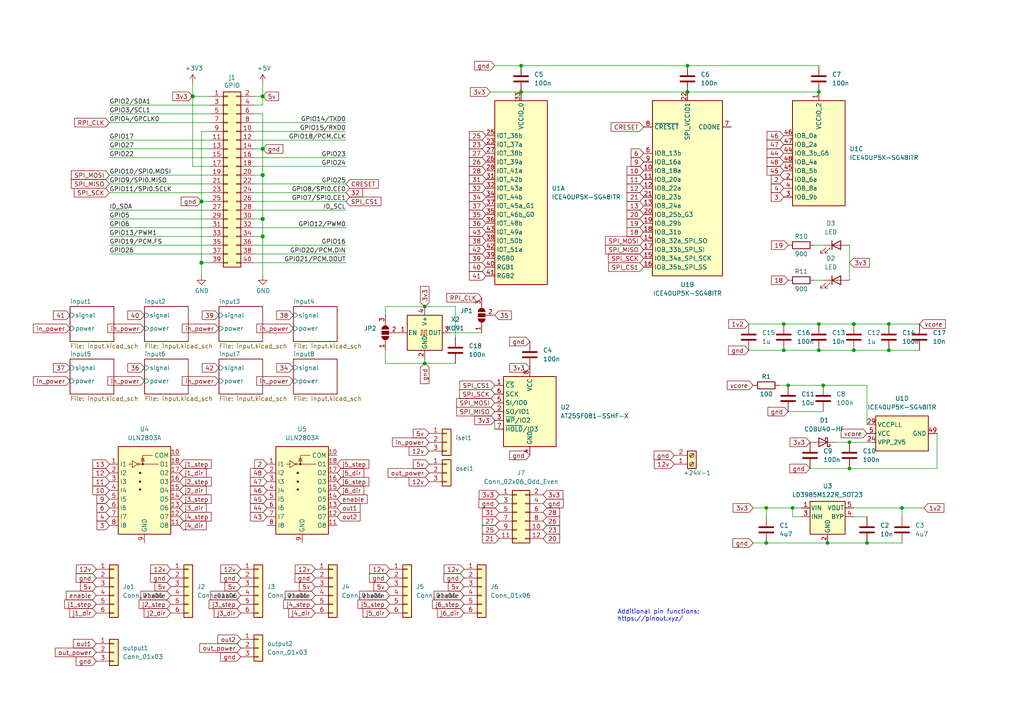
<source format=kicad_sch>
(kicad_sch (version 20230121) (generator eeschema)
  (paper "A4")
  (title_block (date "15 nov 2012"))
  (junction (at 199.39 19.05))
  (junction (at 240.03 157.48))
  (junction (at 76.2 27.94) (diameter 1.016))
  (junction (at 246.38 128.27))
  (junction (at 76.2 43.18) (diameter 1.016))
  (junction (at 257.81 101.6))
  (junction (at 261.62 147.32))
  (junction (at 227.33 101.6))
  (junction (at 199.39 26.67))
  (junction (at 246.38 135.89))
  (junction (at 229.87 147.32))
  (junction (at 238.76 111.76))
  (junction (at 251.46 157.48))
  (junction (at 58.42 76.2) (diameter 1.016))
  (junction (at 247.65 93.98))
  (junction (at 58.42 58.42) (diameter 1.016))
  (junction (at 227.33 93.98))
  (junction (at 237.49 101.6))
  (junction (at 76.2 68.58) (diameter 1.016))
  (junction (at 222.25 157.48))
  (junction (at 228.6 111.76))
  (junction (at 237.49 93.98))
  (junction (at 222.25 147.32))
  (junction (at 237.49 26.67))
  (junction (at 76.2 63.5) (diameter 1.016))
  (junction (at 151.13 26.67))
  (junction (at 76.2 50.8) (diameter 1.016))
  (junction (at 247.65 101.6))
  (junction (at 151.13 19.05))
  (junction (at 123.19 105.41))
  (junction (at 257.81 93.98))
  (junction (at 123.19 88.9))
  (junction (at 55.88 27.94) (diameter 1.016))
  (wire (pts (xy 58.42 58.42) (xy 58.42 76.2)))
  (wire (pts (xy 73.66 58.42) (xy 100.33 58.42)))
  (wire (pts (xy 60.96 40.64) (xy 31.75 40.64)))
  (wire (pts (xy 257.81 93.98) (xy 266.7 93.98)))
  (wire (pts (xy 226.06 111.76) (xy 228.6 111.76)))
  (wire (pts (xy 76.2 33.02) (xy 76.2 43.18)))
  (wire (pts (xy 76.2 50.8) (xy 73.66 50.8)))
  (wire (pts (xy 76.2 63.5) (xy 76.2 68.58)))
  (wire (pts (xy 238.76 81.28) (xy 236.22 81.28)))
  (wire (pts (xy 247.65 93.98) (xy 257.81 93.98)))
  (wire (pts (xy 76.2 50.8) (xy 76.2 63.5)))
  (wire (pts (xy 111.76 88.9) (xy 111.76 91.44)))
  (wire (pts (xy 73.66 35.56) (xy 100.33 35.56)))
  (wire (pts (xy 58.42 38.1) (xy 58.42 58.42)))
  (wire (pts (xy 227.33 101.6) (xy 237.49 101.6)))
  (wire (pts (xy 242.57 128.27) (xy 246.38 128.27)))
  (wire (pts (xy 142.24 26.67) (xy 151.13 26.67)))
  (wire (pts (xy 58.42 38.1) (xy 60.96 38.1)))
  (wire (pts (xy 238.76 111.76) (xy 251.46 111.76)))
  (wire (pts (xy 73.66 55.88) (xy 100.33 55.88)))
  (wire (pts (xy 60.96 60.96) (xy 31.75 60.96)))
  (wire (pts (xy 31.75 63.5) (xy 60.96 63.5)))
  (wire (pts (xy 251.46 123.19) (xy 251.46 111.76)))
  (wire (pts (xy 247.65 101.6) (xy 257.81 101.6)))
  (wire (pts (xy 58.42 58.42) (xy 60.96 58.42)))
  (wire (pts (xy 222.25 147.32) (xy 229.87 147.32)))
  (wire (pts (xy 251.46 157.48) (xy 261.62 157.48)))
  (wire (pts (xy 73.66 45.72) (xy 100.33 45.72)))
  (wire (pts (xy 218.44 147.32) (xy 222.25 147.32)))
  (wire (pts (xy 73.66 76.2) (xy 100.33 76.2)))
  (wire (pts (xy 58.42 76.2) (xy 58.42 80.01)))
  (wire (pts (xy 31.75 43.18) (xy 60.96 43.18)))
  (wire (pts (xy 111.76 105.41) (xy 111.76 101.6)))
  (wire (pts (xy 55.88 24.13) (xy 55.88 27.94)))
  (wire (pts (xy 228.6 119.38) (xy 238.76 119.38)))
  (wire (pts (xy 257.81 101.6) (xy 266.7 101.6)))
  (wire (pts (xy 76.2 68.58) (xy 73.66 68.58)))
  (wire (pts (xy 151.13 26.67) (xy 199.39 26.67)))
  (wire (pts (xy 31.75 33.02) (xy 60.96 33.02)))
  (wire (pts (xy 222.25 149.86) (xy 222.25 147.32)))
  (wire (pts (xy 123.19 105.41) (xy 132.08 105.41)))
  (wire (pts (xy 31.75 55.88) (xy 60.96 55.88)))
  (wire (pts (xy 261.62 147.32) (xy 247.65 147.32)))
  (wire (pts (xy 55.88 48.26) (xy 60.96 48.26)))
  (wire (pts (xy 60.96 30.48) (xy 31.75 30.48)))
  (wire (pts (xy 76.2 27.94) (xy 76.2 30.48)))
  (wire (pts (xy 228.6 111.76) (xy 238.76 111.76)))
  (wire (pts (xy 76.2 43.18) (xy 76.2 50.8)))
  (wire (pts (xy 73.66 40.64) (xy 100.33 40.64)))
  (wire (pts (xy 240.03 157.48) (xy 251.46 157.48)))
  (wire (pts (xy 76.2 43.18) (xy 73.66 43.18)))
  (wire (pts (xy 76.2 24.13) (xy 76.2 27.94)))
  (wire (pts (xy 31.75 35.56) (xy 60.96 35.56)))
  (wire (pts (xy 261.62 147.32) (xy 261.62 149.86)))
  (wire (pts (xy 237.49 93.98) (xy 247.65 93.98)))
  (wire (pts (xy 76.2 27.94) (xy 73.66 27.94)))
  (wire (pts (xy 55.88 27.94) (xy 55.88 48.26)))
  (wire (pts (xy 234.95 135.89) (xy 246.38 135.89)))
  (wire (pts (xy 73.66 48.26) (xy 100.33 48.26)))
  (wire (pts (xy 73.66 38.1) (xy 100.33 38.1)))
  (wire (pts (xy 238.76 71.12) (xy 236.22 71.12)))
  (wire (pts (xy 31.75 45.72) (xy 60.96 45.72)))
  (wire (pts (xy 217.17 101.6) (xy 227.33 101.6)))
  (wire (pts (xy 31.75 53.34) (xy 60.96 53.34)))
  (wire (pts (xy 111.76 88.9) (xy 123.19 88.9)))
  (wire (pts (xy 229.87 149.86) (xy 229.87 147.32)))
  (wire (pts (xy 199.39 19.05) (xy 237.49 19.05)))
  (wire (pts (xy 31.75 66.04) (xy 60.96 66.04)))
  (wire (pts (xy 151.13 19.05) (xy 199.39 19.05)))
  (wire (pts (xy 76.2 30.48) (xy 73.66 30.48)))
  (wire (pts (xy 246.38 71.12) (xy 246.38 81.28)))
  (wire (pts (xy 227.33 93.98) (xy 237.49 93.98)))
  (wire (pts (xy 218.44 157.48) (xy 222.25 157.48)))
  (wire (pts (xy 143.51 19.05) (xy 151.13 19.05)))
  (wire (pts (xy 31.75 71.12) (xy 60.96 71.12)))
  (wire (pts (xy 73.66 71.12) (xy 100.33 71.12)))
  (wire (pts (xy 199.39 26.67) (xy 237.49 26.67)))
  (wire (pts (xy 132.08 88.9) (xy 132.08 97.79)))
  (wire (pts (xy 123.19 105.41) (xy 111.76 105.41)))
  (wire (pts (xy 73.66 66.04) (xy 100.33 66.04)))
  (wire (pts (xy 58.42 76.2) (xy 60.96 76.2)))
  (wire (pts (xy 73.66 73.66) (xy 100.33 73.66)))
  (wire (pts (xy 267.97 147.32) (xy 261.62 147.32)))
  (wire (pts (xy 76.2 33.02) (xy 73.66 33.02)))
  (wire (pts (xy 237.49 101.6) (xy 247.65 101.6)))
  (wire (pts (xy 31.75 73.66) (xy 60.96 73.66)))
  (wire (pts (xy 123.19 88.9) (xy 132.08 88.9)))
  (wire (pts (xy 222.25 157.48) (xy 240.03 157.48)))
  (wire (pts (xy 246.38 128.27) (xy 251.46 128.27)))
  (wire (pts (xy 217.17 93.98) (xy 227.33 93.98)))
  (wire (pts (xy 143.51 121.92) (xy 143.51 124.46)))
  (wire (pts (xy 76.2 68.58) (xy 76.2 80.01)))
  (wire (pts (xy 73.66 53.34) (xy 100.33 53.34)))
  (wire (pts (xy 60.96 68.58) (xy 31.75 68.58)))
  (wire (pts (xy 229.87 147.32) (xy 232.41 147.32)))
  (wire (pts (xy 76.2 63.5) (xy 73.66 63.5)))
  (wire (pts (xy 123.19 105.41) (xy 123.19 104.14)))
  (wire (pts (xy 55.88 27.94) (xy 60.96 27.94)))
  (wire (pts (xy 130.81 96.52) (xy 139.7 96.52)))
  (wire (pts (xy 251.46 149.86) (xy 247.65 149.86)))
  (wire (pts (xy 60.96 50.8) (xy 31.75 50.8)))
  (wire (pts (xy 73.66 60.96) (xy 100.33 60.96)))
  (wire (pts (xy 232.41 149.86) (xy 229.87 149.86)))
  (wire (pts (xy 271.78 125.73) (xy 271.78 135.89)))
  (wire (pts (xy 246.38 135.89) (xy 271.78 135.89)))
  (wire (pts (xy 257.81 100.33) (xy 257.81 101.6)))
  (text "Additional pin functions:\nhttps://pinout.xyz/" (at 179.07 180.34 0) (effects (font (size 1.27 1.27)) (justify left bottom)))
  (label "ID_SDA" (at 31.75 60.96 0))
  (label "GPIO6" (at 31.75 66.04 0))
  (label "ID_SCL" (at 100.33 60.96 180))
  (label "GPIO5" (at 31.75 63.5 0))
  (label "GPIO21{slash}PCM.DOUT" (at 100.33 76.2 180))
  (label "GPIO19{slash}PCM.FS" (at 31.75 71.12 0))
  (label "GPIO10{slash}SPI0.MOSI" (at 31.75 50.8 0))
  (label "GPIO9{slash}SPI0.MISO" (at 31.75 53.34 0))
  (label "GPIO23" (at 100.33 45.72 180))
  (label "GPIO4{slash}GPCLK0" (at 31.75 35.56 0))
  (label "GPIO27" (at 31.75 43.18 0))
  (label "GPIO26" (at 31.75 73.66 0))
  (label "GPIO14{slash}TXD0" (at 100.33 35.56 180))
  (label "GPIO8{slash}SPI0.CE0" (at 100.33 55.88 180))
  (label "GPIO15{slash}RXD0" (at 100.33 38.1 180))
  (label "GPIO16" (at 100.33 71.12 180))
  (label "GPIO22" (at 31.75 45.72 0))
  (label "GPIO2{slash}SDA1" (at 31.75 30.48 0))
  (label "GPIO17" (at 31.75 40.64 0))
  (label "GPIO25" (at 100.33 53.34 180))
  (label "GPIO3{slash}SCL1" (at 31.75 33.02 0))
  (label "GPIO18{slash}PCM.CLK" (at 100.33 40.64 180))
  (label "GPIO12{slash}PWM0" (at 100.33 66.04 180))
  (label "GPIO13{slash}PWM1" (at 31.75 68.58 0))
  (label "GPIO20{slash}PCM.DIN" (at 100.33 73.66 180))
  (label "GPIO24" (at 100.33 48.26 180))
  (label "GPIO7{slash}SPI0.CE1" (at 100.33 58.42 180))
  (label "GPIO11{slash}SPI0.SCLK" (at 31.75 55.88 0))
  (global_label "j3_step" (shape input) (at 69.85 175.26 180) (property "Intersheetrefs" "${INTERSHEET_REFS}" (effects hide)))
  (global_label "SPI_SCK" (shape input) (at 143.51 114.3 180) (property "Intersheetrefs" "${INTERSHEET_REFS}" (effects hide)))
  (global_label "3v3" (shape input) (at 234.95 128.27 180) (property "Intersheetrefs" "${INTERSHEET_REFS}" (effects hide)))
  (global_label "12v" (shape input) (at 124.46 130.81 180) (property "Intersheetrefs" "${INTERSHEET_REFS}" (effects hide)))
  (global_label "27" (shape input) (at 144.78 151.13 180) (property "Intersheetrefs" "${INTERSHEET_REFS}" (effects hide)))
  (global_label "in_power" (shape input) (at 63.5 95.25 180) (property "Intersheetrefs" "${INTERSHEET_REFS}" (effects hide)))
  (global_label "10" (shape input) (at 31.75 142.24 180) (property "Intersheetrefs" "${INTERSHEET_REFS}" (effects hide)))
  (global_label "j2_dir" (shape input) (at 49.53 177.8 180) (property "Intersheetrefs" "${INTERSHEET_REFS}" (effects hide)))
  (global_label "9" (shape input) (at 31.75 144.78 180) (property "Intersheetrefs" "${INTERSHEET_REFS}" (effects hide)))
  (global_label "out2" (shape input) (at 69.85 185.42 180) (property "Intersheetrefs" "${INTERSHEET_REFS}" (effects hide)))
  (global_label "45" (shape input) (at 227.33 49.53 180) (property "Intersheetrefs" "${INTERSHEET_REFS}" (effects hide)))
  (global_label "j6_step" (shape input) (at 134.62 175.26 180) (property "Intersheetrefs" "${INTERSHEET_REFS}" (effects hide)))
  (global_label "1v2" (shape input) (at 217.17 93.98 180) (property "Intersheetrefs" "${INTERSHEET_REFS}" (effects hide)))
  (global_label "j5_dir" (shape input) (at 97.79 137.16 0) (property "Intersheetrefs" "${INTERSHEET_REFS}" (effects hide)))
  (global_label "5v" (shape input) (at 124.46 134.62 180) (property "Intersheetrefs" "${INTERSHEET_REFS}" (effects hide)))
  (global_label "enable" (shape input) (at 27.94 172.72 180) (property "Intersheetrefs" "${INTERSHEET_REFS}" (effects hide)))
  (global_label "5v" (shape input) (at 134.62 170.18 180) (property "Intersheetrefs" "${INTERSHEET_REFS}" (effects hide)))
  (global_label "gnd" (shape input) (at 234.95 135.89 180) (property "Intersheetrefs" "${INTERSHEET_REFS}" (effects hide)))
  (global_label "35" (shape input) (at 140.97 62.23 180) (property "Intersheetrefs" "${INTERSHEET_REFS}" (effects hide)))
  (global_label "5v" (shape input) (at 76.2 27.94 0) (property "Intersheetrefs" "${INTERSHEET_REFS}" (effects hide)))
  (global_label "j3_dir" (shape input) (at 52.07 147.32 0) (property "Intersheetrefs" "${INTERSHEET_REFS}" (effects hide)))
  (global_label "12" (shape input) (at 186.69 54.61 180) (property "Intersheetrefs" "${INTERSHEET_REFS}" (effects hide)))
  (global_label "12v" (shape input) (at 124.46 139.7 180) (property "Intersheetrefs" "${INTERSHEET_REFS}" (effects hide)))
  (global_label "enable" (shape input) (at 69.85 172.72 180) (property "Intersheetrefs" "${INTERSHEET_REFS}" (effects hide)))
  (global_label "enable" (shape input) (at 49.53 172.72 180) (property "Intersheetrefs" "${INTERSHEET_REFS}" (effects hide)))
  (global_label "5v" (shape input) (at 69.85 170.18 180) (property "Intersheetrefs" "${INTERSHEET_REFS}" (effects hide)))
  (global_label "j6_step" (shape input) (at 97.79 139.7 0) (property "Intersheetrefs" "${INTERSHEET_REFS}" (effects hide)))
  (global_label "gnd" (shape input) (at 76.2 43.18 0) (property "Intersheetrefs" "${INTERSHEET_REFS}" (effects hide)))
  (global_label "31" (shape input) (at 144.78 148.59 180) (property "Intersheetrefs" "${INTERSHEET_REFS}" (effects hide)))
  (global_label "gnd" (shape input) (at 69.85 190.5 180) (property "Intersheetrefs" "${INTERSHEET_REFS}" (effects hide)))
  (global_label "SPI_CS1" (shape input) (at 143.51 111.76 180) (property "Intersheetrefs" "${INTERSHEET_REFS}" (effects hide)))
  (global_label "12v" (shape input) (at 49.53 165.1 180) (property "Intersheetrefs" "${INTERSHEET_REFS}" (effects hide)))
  (global_label "19" (shape input) (at 228.6 71.12 180) (property "Intersheetrefs" "${INTERSHEET_REFS}" (effects hide)))
  (global_label "j1_dir" (shape input) (at 52.07 137.16 0) (property "Intersheetrefs" "${INTERSHEET_REFS}" (effects hide)))
  (global_label "gnd" (shape input) (at 49.53 167.64 180) (property "Intersheetrefs" "${INTERSHEET_REFS}" (effects hide)))
  (global_label "31" (shape input) (at 140.97 52.07 180) (property "Intersheetrefs" "${INTERSHEET_REFS}" (effects hide)))
  (global_label "42" (shape input) (at 140.97 72.39 180) (property "Intersheetrefs" "${INTERSHEET_REFS}" (effects hide)))
  (global_label "12" (shape input) (at 31.75 137.16 180) (property "Intersheetrefs" "${INTERSHEET_REFS}" (effects hide)))
  (global_label "3" (shape input) (at 227.33 57.15 180) (property "Intersheetrefs" "${INTERSHEET_REFS}" (effects hide)))
  (global_label "in_power" (shape input) (at 20.32 110.49 180) (property "Intersheetrefs" "${INTERSHEET_REFS}" (effects hide)))
  (global_label "3" (shape input) (at 31.75 152.4 180) (property "Intersheetrefs" "${INTERSHEET_REFS}" (effects hide)))
  (global_label "SPI_MISO" (shape input) (at 143.51 119.38 180) (property "Intersheetrefs" "${INTERSHEET_REFS}" (effects hide)))
  (global_label "j6_dir" (shape input) (at 97.79 142.24 0) (property "Intersheetrefs" "${INTERSHEET_REFS}" (effects hide)))
  (global_label "34" (shape input) (at 85.09 106.68 180) (property "Intersheetrefs" "${INTERSHEET_REFS}" (effects hide)))
  (global_label "26" (shape input) (at 140.97 46.99 180) (property "Intersheetrefs" "${INTERSHEET_REFS}" (effects hide)))
  (global_label "3v3" (shape input) (at 153.67 106.68 180) (property "Intersheetrefs" "${INTERSHEET_REFS}" (effects hide)))
  (global_label "SPI_SCK" (shape input) (at 186.69 74.93 180) (property "Intersheetrefs" "${INTERSHEET_REFS}" (effects hide)))
  (global_label "36" (shape input) (at 41.91 106.68 180) (property "Intersheetrefs" "${INTERSHEET_REFS}" (effects hide)))
  (global_label "gnd" (shape input) (at 218.44 157.48 180) (property "Intersheetrefs" "${INTERSHEET_REFS}" (effects hide)))
  (global_label "j5_dir" (shape input) (at 113.03 177.8 180) (property "Intersheetrefs" "${INTERSHEET_REFS}" (effects hide)))
  (global_label "12v" (shape input) (at 27.94 165.1 180) (property "Intersheetrefs" "${INTERSHEET_REFS}" (effects hide)))
  (global_label "36" (shape input) (at 140.97 64.77 180) (property "Intersheetrefs" "${INTERSHEET_REFS}" (effects hide)))
  (global_label "48" (shape input) (at 77.47 137.16 180) (property "Intersheetrefs" "${INTERSHEET_REFS}" (effects hide)))
  (global_label "2" (shape input) (at 227.33 52.07 180) (property "Intersheetrefs" "${INTERSHEET_REFS}" (effects hide)))
  (global_label "out1" (shape input) (at 97.79 147.32 0) (property "Intersheetrefs" "${INTERSHEET_REFS}" (effects hide)))
  (global_label "j2_step" (shape input) (at 52.07 139.7 0) (property "Intersheetrefs" "${INTERSHEET_REFS}" (effects hide)))
  (global_label "20" (shape input) (at 157.48 156.21 0) (property "Intersheetrefs" "${INTERSHEET_REFS}" (effects hide)))
  (global_label "5v" (shape input) (at 27.94 170.18 180) (property "Intersheetrefs" "${INTERSHEET_REFS}" (effects hide)))
  (global_label "in_power" (shape input) (at 85.09 110.49 180) (property "Intersheetrefs" "${INTERSHEET_REFS}" (effects hide)))
  (global_label "vcore" (shape input) (at 218.44 111.76 180) (property "Intersheetrefs" "${INTERSHEET_REFS}" (effects hide)))
  (global_label "5v" (shape input) (at 113.03 170.18 180) (property "Intersheetrefs" "${INTERSHEET_REFS}" (effects hide)))
  (global_label "gnd" (shape input) (at 153.67 99.06 180) (property "Intersheetrefs" "${INTERSHEET_REFS}" (effects hide)))
  (global_label "CRESET" (shape input) (at 100.33 53.34 0) (property "Intersheetrefs" "${INTERSHEET_REFS}" (effects hide)))
  (global_label "3v3" (shape input) (at 55.88 27.94 180) (property "Intersheetrefs" "${INTERSHEET_REFS}" (effects hide)))
  (global_label "3v3" (shape input) (at 246.38 76.2 0) (property "Intersheetrefs" "${INTERSHEET_REFS}" (effects hide)))
  (global_label "4" (shape input) (at 227.33 54.61 180) (property "Intersheetrefs" "${INTERSHEET_REFS}" (effects hide)))
  (global_label "41" (shape input) (at 140.97 80.01 180) (property "Intersheetrefs" "${INTERSHEET_REFS}" (effects hide)))
  (global_label "32" (shape input) (at 100.33 55.88 0) (property "Intersheetrefs" "${INTERSHEET_REFS}" (effects hide)))
  (global_label "j4_step" (shape input) (at 91.44 175.26 180) (property "Intersheetrefs" "${INTERSHEET_REFS}" (effects hide)))
  (global_label "enable" (shape input) (at 97.79 144.78 0) (property "Intersheetrefs" "${INTERSHEET_REFS}" (effects hide)))
  (global_label "18" (shape input) (at 186.69 67.31 180) (property "Intersheetrefs" "${INTERSHEET_REFS}" (effects hide)))
  (global_label "j3_dir" (shape input) (at 69.85 177.8 180) (property "Intersheetrefs" "${INTERSHEET_REFS}" (effects hide)))
  (global_label "11" (shape input) (at 186.69 52.07 180) (property "Intersheetrefs" "${INTERSHEET_REFS}" (effects hide)))
  (global_label "44" (shape input) (at 227.33 44.45 180) (property "Intersheetrefs" "${INTERSHEET_REFS}" (effects hide)))
  (global_label "5v" (shape input) (at 91.44 170.18 180) (property "Intersheetrefs" "${INTERSHEET_REFS}" (effects hide)))
  (global_label "enable" (shape input) (at 91.44 172.72 180) (property "Intersheetrefs" "${INTERSHEET_REFS}" (effects hide)))
  (global_label "SPI_CS1" (shape input) (at 186.69 77.47 180) (property "Intersheetrefs" "${INTERSHEET_REFS}" (effects hide)))
  (global_label "19" (shape input) (at 186.69 64.77 180) (property "Intersheetrefs" "${INTERSHEET_REFS}" (effects hide)))
  (global_label "SPI_MISO" (shape input) (at 31.75 53.34 180) (property "Intersheetrefs" "${INTERSHEET_REFS}" (effects hide)))
  (global_label "gnd" (shape input) (at 144.78 146.05 180) (property "Intersheetrefs" "${INTERSHEET_REFS}" (effects hide)))
  (global_label "enable" (shape input) (at 134.62 172.72 180) (property "Intersheetrefs" "${INTERSHEET_REFS}" (effects hide)))
  (global_label "3v3" (shape input) (at 218.44 147.32 180) (property "Intersheetrefs" "${INTERSHEET_REFS}" (effects hide)))
  (global_label "RPI_CLK" (shape input) (at 31.75 35.56 180) (property "Intersheetrefs" "${INTERSHEET_REFS}" (effects hide)))
  (global_label "12v" (shape input) (at 91.44 165.1 180) (property "Intersheetrefs" "${INTERSHEET_REFS}" (effects hide)))
  (global_label "out_power" (shape input) (at 124.46 137.16 180) (property "Intersheetrefs" "${INTERSHEET_REFS}" (effects hide)))
  (global_label "gnd" (shape input) (at 91.44 167.64 180) (property "Intersheetrefs" "${INTERSHEET_REFS}" (effects hide)))
  (global_label "23" (shape input) (at 157.48 153.67 0) (property "Intersheetrefs" "${INTERSHEET_REFS}" (effects hide)))
  (global_label "26" (shape input) (at 157.48 151.13 0) (property "Intersheetrefs" "${INTERSHEET_REFS}" (effects hide)))
  (global_label "5v" (shape input) (at 124.46 125.73 180) (property "Intersheetrefs" "${INTERSHEET_REFS}" (effects hide)))
  (global_label "27" (shape input) (at 140.97 44.45 180) (property "Intersheetrefs" "${INTERSHEET_REFS}" (effects hide)))
  (global_label "gnd" (shape input) (at 143.51 19.05 180) (property "Intersheetrefs" "${INTERSHEET_REFS}" (effects hide)))
  (global_label "6" (shape input) (at 31.75 147.32 180) (property "Intersheetrefs" "${INTERSHEET_REFS}" (effects hide)))
  (global_label "in_power" (shape input) (at 124.46 128.27 180) (property "Intersheetrefs" "${INTERSHEET_REFS}" (effects hide)))
  (global_label "13" (shape input) (at 186.69 59.69 180) (property "Intersheetrefs" "${INTERSHEET_REFS}" (effects hide)))
  (global_label "43" (shape input) (at 140.97 67.31 180) (property "Intersheetrefs" "${INTERSHEET_REFS}" (effects hide)))
  (global_label "SPI_MISO" (shape input) (at 186.69 72.39 180) (property "Intersheetrefs" "${INTERSHEET_REFS}" (effects hide)))
  (global_label "28" (shape input) (at 157.48 148.59 0) (property "Intersheetrefs" "${INTERSHEET_REFS}" (effects hide)))
  (global_label "37" (shape input) (at 140.97 59.69 180) (property "Intersheetrefs" "${INTERSHEET_REFS}" (effects hide)))
  (global_label "3v3" (shape input) (at 143.51 121.92 180) (property "Intersheetrefs" "${INTERSHEET_REFS}" (effects hide)))
  (global_label "41" (shape input) (at 20.32 91.44 180) (property "Intersheetrefs" "${INTERSHEET_REFS}" (effects hide)))
  (global_label "1v2" (shape input) (at 267.97 147.32 0) (property "Intersheetrefs" "${INTERSHEET_REFS}" (effects hide)))
  (global_label "12v" (shape input) (at 195.58 134.62 180) (property "Intersheetrefs" "${INTERSHEET_REFS}" (effects hide)))
  (global_label "vcore" (shape input) (at 251.46 125.73 180) (property "Intersheetrefs" "${INTERSHEET_REFS}" (effects hide)))
  (global_label "j6_dir" (shape input) (at 134.62 177.8 180) (property "Intersheetrefs" "${INTERSHEET_REFS}" (effects hide)))
  (global_label "out1" (shape input) (at 27.94 186.69 180) (property "Intersheetrefs" "${INTERSHEET_REFS}" (effects hide)))
  (global_label "gnd" (shape input) (at 27.94 167.64 180) (property "Intersheetrefs" "${INTERSHEET_REFS}" (effects hide)))
  (global_label "3v3" (shape input) (at 123.19 88.9 90) (property "Intersheetrefs" "${INTERSHEET_REFS}" (effects hide)))
  (global_label "34" (shape input) (at 140.97 57.15 180) (property "Intersheetrefs" "${INTERSHEET_REFS}" (effects hide)))
  (global_label "gnd" (shape input) (at 195.58 132.08 180) (property "Intersheetrefs" "${INTERSHEET_REFS}" (effects hide)))
  (global_label "3v3" (shape input) (at 157.48 143.51 0) (property "Intersheetrefs" "${INTERSHEET_REFS}" (effects hide)))
  (global_label "j4_dir" (shape input) (at 52.07 152.4 0) (property "Intersheetrefs" "${INTERSHEET_REFS}" (effects hide)))
  (global_label "37" (shape input) (at 20.32 106.68 180) (property "Intersheetrefs" "${INTERSHEET_REFS}" (effects hide)))
  (global_label "gnd" (shape input) (at 134.62 167.64 180) (property "Intersheetrefs" "${INTERSHEET_REFS}" (effects hide)))
  (global_label "in_power" (shape input) (at 85.09 95.25 180) (property "Intersheetrefs" "${INTERSHEET_REFS}" (effects hide)))
  (global_label "35" (shape input) (at 143.51 91.44 0) (property "Intersheetrefs" "${INTERSHEET_REFS}" (effects hide)))
  (global_label "enable" (shape input) (at 113.03 172.72 180) (property "Intersheetrefs" "${INTERSHEET_REFS}" (effects hide)))
  (global_label "39" (shape input) (at 140.97 74.93 180) (property "Intersheetrefs" "${INTERSHEET_REFS}" (effects hide)))
  (global_label "42" (shape input) (at 63.5 106.68 180) (property "Intersheetrefs" "${INTERSHEET_REFS}" (effects hide)))
  (global_label "j2_step" (shape input) (at 49.53 175.26 180) (property "Intersheetrefs" "${INTERSHEET_REFS}" (effects hide)))
  (global_label "2" (shape input) (at 77.47 134.62 180) (property "Intersheetrefs" "${INTERSHEET_REFS}" (effects hide)))
  (global_label "23" (shape input) (at 140.97 41.91 180) (property "Intersheetrefs" "${INTERSHEET_REFS}" (effects hide)))
  (global_label "j1_dir" (shape input) (at 27.94 177.8 180) (property "Intersheetrefs" "${INTERSHEET_REFS}" (effects hide)))
  (global_label "28" (shape input) (at 140.97 49.53 180) (property "Intersheetrefs" "${INTERSHEET_REFS}" (effects hide)))
  (global_label "CRESET" (shape input) (at 186.69 36.83 180) (property "Intersheetrefs" "${INTERSHEET_REFS}" (effects hide)))
  (global_label "j5_step" (shape input) (at 113.03 175.26 180) (property "Intersheetrefs" "${INTERSHEET_REFS}" (effects hide)))
  (global_label "gnd" (shape input) (at 113.03 167.64 180) (property "Intersheetrefs" "${INTERSHEET_REFS}" (effects hide)))
  (global_label "46" (shape input) (at 77.47 142.24 180) (property "Intersheetrefs" "${INTERSHEET_REFS}" (effects hide)))
  (global_label "39" (shape input) (at 63.5 91.44 180) (property "Intersheetrefs" "${INTERSHEET_REFS}" (effects hide)))
  (global_label "j2_dir" (shape input) (at 52.07 142.24 0) (property "Intersheetrefs" "${INTERSHEET_REFS}" (effects hide)))
  (global_label "45" (shape input) (at 77.47 144.78 180) (property "Intersheetrefs" "${INTERSHEET_REFS}" (effects hide)))
  (global_label "gnd" (shape input) (at 69.85 167.64 180) (property "Intersheetrefs" "${INTERSHEET_REFS}" (effects hide)))
  (global_label "3v3" (shape input) (at 142.24 26.67 180) (property "Intersheetrefs" "${INTERSHEET_REFS}" (effects hide)))
  (global_label "j5_step" (shape input) (at 97.79 134.62 0) (property "Intersheetrefs" "${INTERSHEET_REFS}" (effects hide)))
  (global_label "48" (shape input) (at 227.33 46.99 180) (property "Intersheetrefs" "${INTERSHEET_REFS}" (effects hide)))
  (global_label "10" (shape input) (at 186.69 49.53 180) (property "Intersheetrefs" "${INTERSHEET_REFS}" (effects hide)))
  (global_label "20" (shape input) (at 186.69 62.23 180) (property "Intersheetrefs" "${INTERSHEET_REFS}" (effects hide)))
  (global_label "gnd" (shape input) (at 217.17 101.6 180) (property "Intersheetrefs" "${INTERSHEET_REFS}" (effects hide)))
  (global_label "SPI_MOSI" (shape input) (at 143.51 116.84 180) (property "Intersheetrefs" "${INTERSHEET_REFS}" (effects hide)))
  (global_label "40" (shape input) (at 140.97 77.47 180) (property "Intersheetrefs" "${INTERSHEET_REFS}" (effects hide)))
  (global_label "SPI_SCK" (shape input) (at 31.75 55.88 180) (property "Intersheetrefs" "${INTERSHEET_REFS}" (effects hide)))
  (global_label "25" (shape input) (at 140.97 39.37 180) (property "Intersheetrefs" "${INTERSHEET_REFS}" (effects hide)))
  (global_label "18" (shape input) (at 228.6 81.28 180) (property "Intersheetrefs" "${INTERSHEET_REFS}" (effects hide)))
  (global_label "gnd" (shape input) (at 27.94 191.77 180) (property "Intersheetrefs" "${INTERSHEET_REFS}" (effects hide)))
  (global_label "j1_step" (shape input) (at 52.07 134.62 0) (property "Intersheetrefs" "${INTERSHEET_REFS}" (effects hide)))
  (global_label "38" (shape input) (at 140.97 69.85 180) (property "Intersheetrefs" "${INTERSHEET_REFS}" (effects hide)))
  (global_label "47" (shape input) (at 227.33 41.91 180) (property "Intersheetrefs" "${INTERSHEET_REFS}" (effects hide)))
  (global_label "40" (shape input) (at 41.91 91.44 180) (property "Intersheetrefs" "${INTERSHEET_REFS}" (effects hide)))
  (global_label "j3_step" (shape input) (at 52.07 144.78 0) (property "Intersheetrefs" "${INTERSHEET_REFS}" (effects hide)))
  (global_label "in_power" (shape input) (at 20.32 95.25 180) (property "Intersheetrefs" "${INTERSHEET_REFS}" (effects hide)))
  (global_label "j4_dir" (shape input) (at 91.44 177.8 180) (property "Intersheetrefs" "${INTERSHEET_REFS}" (effects hide)))
  (global_label "11" (shape input) (at 31.75 139.7 180) (property "Intersheetrefs" "${INTERSHEET_REFS}" (effects hide)))
  (global_label "9" (shape input) (at 186.69 46.99 180) (property "Intersheetrefs" "${INTERSHEET_REFS}" (effects hide)))
  (global_label "4" (shape input) (at 31.75 149.86 180) (property "Intersheetrefs" "${INTERSHEET_REFS}" (effects hide)))
  (global_label "SPI_MOSI" (shape input) (at 31.75 50.8 180) (property "Intersheetrefs" "${INTERSHEET_REFS}" (effects hide)))
  (global_label "j1_step" (shape input) (at 27.94 175.26 180) (property "Intersheetrefs" "${INTERSHEET_REFS}" (effects hide)))
  (global_label "out2" (shape input) (at 97.79 149.86 0) (property "Intersheetrefs" "${INTERSHEET_REFS}" (effects hide)))
  (global_label "3v3" (shape input) (at 144.78 143.51 180) (property "Intersheetrefs" "${INTERSHEET_REFS}" (effects hide)))
  (global_label "21" (shape input) (at 144.78 156.21 180) (property "Intersheetrefs" "${INTERSHEET_REFS}" (effects hide)))
  (global_label "gnd" (shape input) (at 58.42 58.42 180) (property "Intersheetrefs" "${INTERSHEET_REFS}" (effects hide)))
  (global_label "gnd" (shape input) (at 157.48 146.05 0) (property "Intersheetrefs" "${INTERSHEET_REFS}" (effects hide)))
  (global_label "SPI_MOSI" (shape input) (at 186.69 69.85 180) (property "Intersheetrefs" "${INTERSHEET_REFS}" (effects hide)))
  (global_label "43" (shape input) (at 77.47 149.86 180) (property "Intersheetrefs" "${INTERSHEET_REFS}" (effects hide)))
  (global_label "out_power" (shape input) (at 69.85 187.96 180) (property "Intersheetrefs" "${INTERSHEET_REFS}" (effects hide)))
  (global_label "5v" (shape input) (at 49.53 170.18 180) (property "Intersheetrefs" "${INTERSHEET_REFS}" (effects hide)))
  (global_label "12v" (shape input) (at 69.85 165.1 180) (property "Intersheetrefs" "${INTERSHEET_REFS}" (effects hide)))
  (global_label "gnd" (shape input) (at 153.67 132.08 180) (property "Intersheetrefs" "${INTERSHEET_REFS}" (effects hide)))
  (global_label "gnd" (shape input) (at 228.6 119.38 180) (property "Intersheetrefs" "${INTERSHEET_REFS}" (effects hide)))
  (global_label "j4_step" (shape input) (at 52.07 149.86 0) (property "Intersheetrefs" "${INTERSHEET_REFS}" (effects hide)))
  (global_label "in_power" (shape input) (at 41.91 95.25 180) (property "Intersheetrefs" "${INTERSHEET_REFS}" (effects hide)))
  (global_label "32" (shape input) (at 140.97 54.61 180) (property "Intersheetrefs" "${INTERSHEET_REFS}" (effects hide)))
  (global_label "38" (shape input) (at 85.09 91.44 180) (property "Intersheetrefs" "${INTERSHEET_REFS}" (effects hide)))
  (global_label "46" (shape input) (at 227.33 39.37 180) (property "Intersheetrefs" "${INTERSHEET_REFS}" (effects hide)))
  (global_label "out_power" (shape input) (at 27.94 189.23 180) (property "Intersheetrefs" "${INTERSHEET_REFS}" (effects hide)))
  (global_label "RPI_CLK" (shape input) (at 139.7 86.36 180) (property "Intersheetrefs" "${INTERSHEET_REFS}" (effects hide)))
  (global_label "25" (shape input) (at 144.78 153.67 180) (property "Intersheetrefs" "${INTERSHEET_REFS}" (effects hide)))
  (global_label "6" (shape input) (at 186.69 44.45 180) (property "Intersheetrefs" "${INTERSHEET_REFS}" (effects hide)))
  (global_label "in_power" (shape input) (at 41.91 110.49 180) (property "Intersheetrefs" "${INTERSHEET_REFS}" (effects hide)))
  (global_label "47" (shape input) (at 77.47 139.7 180) (property "Intersheetrefs" "${INTERSHEET_REFS}" (effects hide)))
  (global_label "vcore" (shape input) (at 266.7 93.98 0) (property "Intersheetrefs" "${INTERSHEET_REFS}" (effects hide)))
  (global_label "gnd" (shape input) (at 123.19 105.41 270) (property "Intersheetrefs" "${INTERSHEET_REFS}" (effects hide)))
  (global_label "21" (shape input) (at 186.69 57.15 180) (property "Intersheetrefs" "${INTERSHEET_REFS}" (effects hide)))
  (global_label "44" (shape input) (at 77.47 147.32 180) (property "Intersheetrefs" "${INTERSHEET_REFS}" (effects hide)))
  (global_label "SPI_CS1" (shape input) (at 100.33 58.42 0) (property "Intersheetrefs" "${INTERSHEET_REFS}" (effects hide)))
  (global_label "12v" (shape input) (at 113.03 165.1 180) (property "Intersheetrefs" "${INTERSHEET_REFS}" (effects hide)))
  (global_label "in_power" (shape input) (at 63.5 110.49 180) (property "Intersheetrefs" "${INTERSHEET_REFS}" (effects hide)))
  (global_label "12v" (shape input) (at 134.62 165.1 180) (property "Intersheetrefs" "${INTERSHEET_REFS}" (effects hide)))
  (global_label "13" (shape input) (at 31.75 134.62 180) (property "Intersheetrefs" "${INTERSHEET_REFS}" (effects hide)))
  (symbol (lib_id "power:+5V") (at 76.2 24.13 0) (unit 1)
    (property "Reference" "#PWR01" (effects hide))
    (property "Value" "+5V" (at 76.5683 19.8056 0))
  )
  (symbol (lib_id "power:+3.3V") (at 55.88 24.13 0) (unit 1)
    (property "Reference" "#PWR04" (effects hide))
    (property "Value" "+3.3V" (at 56.2483 19.8056 0))
  )
  (symbol (lib_id "power:GND") (at 76.2 80.01 0) (unit 1)
    (property "Reference" "#PWR02" (effects hide))
    (property "Value" "GND" (at 76.3143 84.3344 0))
  )
  (symbol (lib_id "power:GND") (at 58.42 80.01 0) (unit 1)
    (property "Reference" "#PWR03" (effects hide))
    (property "Value" "GND" (at 58.5343 84.3344 0))
  )
  (symbol (lib_id "Connector_Generic:Conn_02x20_Odd_Even") (at 66.04 50.8 0) (unit 1)
    (property "Reference" "j1" (at 67.31 22.4598 0))
    (property "Value" "GPIO" (at 67.31 24.765 0))
    (property "Footprint" "Connector_PinSocket_2.54mm:PinSocket_2x20_P2.54mm_Vertical" (effects hide))
  )
  (symbol (lib_id "Device:C") (at 199.39 22.86 0) (unit 1)
    (property "Reference" "C6" (at 203.2 21.59 0) (effects (justify left)))
    (property "Value" "100n" (at 203.2 24.13 0) (effects (justify left)))
    (property "Footprint" "Capacitor_SMD:C_0805_2012Metric_Pad1.18x1.45mm_HandSolder" (effects hide))
  )
  (symbol (lib_id "Device:C") (at 227.33 97.79 0) (unit 1)
    (property "Reference" "C16" (at 231.14 96.52 0) (effects (justify left)))
    (property "Value" "100n" (at 231.14 99.06 0) (effects (justify left)))
    (property "Footprint" "Capacitor_SMD:C_0805_2012Metric_Pad1.18x1.45mm_HandSolder" (effects hide))
  )
  (symbol (lib_id "Device:C") (at 132.08 101.6 0) (unit 1)
    (property "Reference" "C18" (at 135.89 100.33 0) (effects (justify left)))
    (property "Value" "100n" (at 135.89 102.87 0) (effects (justify left)))
    (property "Footprint" "Capacitor_SMD:C_0805_2012Metric_Pad1.18x1.45mm_HandSolder" (effects hide))
  )
  (symbol (lib_id "Connector_Generic:Conn_01x06") (at 54.61 170.18 0) (unit 1)
    (property "Reference" "J2" (at 57.15 170.18 0) (effects (justify left)))
    (property "Value" "Conn_01x06" (at 57.15 172.72 0) (effects (justify left)))
    (property "Footprint" "Connector_JST:JST_XH_B6B-XH-A_1x06_P2.50mm_Vertical" (effects hide))
  )
  (symbol (lib_id "FPGA_Lattice:ICE40UP5K-SG48ITR") (at 261.62 125.73 90) (unit 4)
    (property "Reference" "U1" (at 261.62 115.57 90))
    (property "Value" "ICE40UP5K-SG48ITR" (at 261.62 118.11 90))
    (property "Footprint" "Package_DFN_QFN:QFN-48-1EP_7x7mm_P0.5mm_EP5.6x5.6mm" (effects hide))
    (property "Datasheet" "http://www.latticesemi.com/Products/FPGAandCPLD/iCE40Ultra" (effects hide))
  )
  (symbol (lib_id "Device:LED") (at 242.57 81.28 0) (unit 1)
    (property "Reference" "D2" (at 240.9825 74.93 0))
    (property "Value" "LED" (at 240.9825 77.47 0))
    (property "Footprint" "LED_SMD:LED_1206_3216Metric_Pad1.42x1.75mm_HandSolder" (effects hide))
  )
  (symbol (lib_id "Oscillator:XO91") (at 123.19 96.52 0) (unit 1)
    (property "Reference" "X2" (at 132.08 92.6339 0))
    (property "Value" "XO91" (at 132.08 95.1739 0))
    (property "Footprint" "Oscillator:Oscillator_SMD_EuroQuartz_XO91-4Pin_7.0x5.0mm" (effects hide))
    (property "Datasheet" "http://cdn-reichelt.de/documents/datenblatt/B400/XO91.pdf" (effects hide))
  )
  (symbol (lib_id "Connector_Generic:Conn_01x06") (at 74.93 170.18 0) (unit 1)
    (property "Reference" "J3" (at 77.47 170.18 0) (effects (justify left)))
    (property "Value" "Conn_01x06" (at 77.47 172.72 0) (effects (justify left)))
    (property "Footprint" "Connector_JST:JST_XH_B6B-XH-A_1x06_P2.50mm_Vertical" (effects hide))
  )
  (symbol (lib_id "Memory_Flash:AT25SF081-SSHF-X") (at 153.67 119.38 0) (unit 1)
    (property "Reference" "U2" (at 162.56 118.11 0) (effects (justify left)))
    (property "Value" "AT25SF081-SSHF-X" (at 162.56 120.65 0) (effects (justify left)))
    (property "Footprint" "Package_SO:SOIC-8_3.9x4.9mm_P1.27mm" (effects hide))
    (property "Datasheet" "https://www.adestotech.com/wp-content/uploads/DS-AT25SF081_045.pdf" (effects hide))
  )
  (symbol (lib_id "FPGA_Lattice:ICE40UP5K-SG48ITR") (at 237.49 44.45 0) (unit 3)
    (property "Reference" "U1" (at 246.38 43.18 0) (effects (justify left)))
    (property "Value" "ICE40UP5K-SG48ITR" (at 246.38 45.72 0) (effects (justify left)))
    (property "Footprint" "Package_DFN_QFN:QFN-48-1EP_7x7mm_P0.5mm_EP5.6x5.6mm" (effects hide))
    (property "Datasheet" "http://www.latticesemi.com/Products/FPGAandCPLD/iCE40Ultra" (effects hide))
  )
  (symbol (lib_id "Device:C") (at 257.81 97.79 0) (unit 1)
    (property "Reference" "C14" (at 261.62 96.52 0) (effects (justify left)))
    (property "Value" "100n" (at 261.62 99.06 0) (effects (justify left)))
    (property "Footprint" "Capacitor_SMD:C_0805_2012Metric_Pad1.18x1.45mm_HandSolder" (effects hide))
  )
  (symbol (lib_id "Device:R") (at 232.41 81.28 90) (unit 1)
    (property "Reference" "R11" (at 232.41 78.74 90))
    (property "Value" "900" (at 232.41 83.82 90))
    (property "Footprint" "Resistor_SMD:R_0805_2012Metric_Pad1.20x1.40mm_HandSolder" (effects hide))
  )
  (symbol (lib_id "Device:C") (at 217.17 97.79 0) (unit 1)
    (property "Reference" "C15" (at 220.98 96.52 0) (effects (justify left)))
    (property "Value" "1u" (at 220.98 99.06 0) (effects (justify left)))
    (property "Footprint" "Capacitor_SMD:C_0805_2012Metric_Pad1.18x1.45mm_HandSolder" (effects hide))
  )
  (symbol (lib_id "Connector_Generic:Conn_01x06") (at 96.52 170.18 0) (unit 1)
    (property "Reference" "J4" (at 99.06 170.18 0) (effects (justify left)))
    (property "Value" "Conn_01x06" (at 99.06 172.72 0) (effects (justify left)))
    (property "Footprint" "Connector_JST:JST_XH_B6B-XH-A_1x06_P2.50mm_Vertical" (effects hide))
  )
  (symbol (lib_id "Connector_Generic:Conn_01x06") (at 118.11 170.18 0) (unit 1)
    (property "Reference" "J5" (at 120.65 170.18 0) (effects (justify left)))
    (property "Value" "Conn_01x06" (at 120.65 172.72 0) (effects (justify left)))
    (property "Footprint" "Connector_JST:JST_XH_B6B-XH-A_1x06_P2.50mm_Vertical" (effects hide))
  )
  (symbol (lib_id "Device:C") (at 238.76 115.57 0) (unit 1)
    (property "Reference" "C8" (at 242.57 114.3 0) (effects (justify left)))
    (property "Value" "100n" (at 242.57 116.84 0) (effects (justify left)))
    (property "Footprint" "Capacitor_SMD:C_0805_2012Metric_Pad1.18x1.45mm_HandSolder" (effects hide))
  )
  (symbol (lib_id "Connector_Generic:Conn_01x03") (at 129.54 137.16 0) (unit 1)
    (property "Reference" "osel1" (at 132.08 135.89 0) (effects (justify left)))
    (property "Value" "Conn_01x03" (effects hide))
    (property "Footprint" "Connector_PinHeader_2.54mm:PinHeader_1x03_P2.54mm_Vertical" (effects hide))
  )
  (symbol (lib_id "Device:C") (at 228.6 115.57 0) (unit 1)
    (property "Reference" "C11" (at 232.41 114.3 0) (effects (justify left)))
    (property "Value" "10u" (at 232.41 116.84 0) (effects (justify left)))
    (property "Footprint" "Capacitor_SMD:C_0805_2012Metric_Pad1.18x1.45mm_HandSolder" (effects hide))
  )
  (symbol (lib_id "Device:R") (at 232.41 71.12 90) (unit 1)
    (property "Reference" "R10" (at 232.41 68.58 90))
    (property "Value" "900" (at 232.41 73.66 90))
    (property "Footprint" "Resistor_SMD:R_0805_2012Metric_Pad1.20x1.40mm_HandSolder" (effects hide))
  )
  (symbol (lib_id "FPGA_Lattice:ICE40UP5K-SG48ITR") (at 151.13 54.61 0) (unit 1)
    (property "Reference" "U1" (at 160.02 54.61 0) (effects (justify left)))
    (property "Value" "ICE40UP5K-SG48ITR" (at 160.02 57.15 0) (effects (justify left)))
    (property "Footprint" "Package_DFN_QFN:QFN-48-1EP_7x7mm_P0.5mm_EP5.6x5.6mm" (effects hide))
    (property "Datasheet" "http://www.latticesemi.com/Products/FPGAandCPLD/iCE40Ultra" (effects hide))
  )
  (symbol (lib_id "Device:C") (at 151.13 22.86 0) (unit 1)
    (property "Reference" "C5" (at 154.94 21.59 0) (effects (justify left)))
    (property "Value" "100n" (at 154.94 24.13 0) (effects (justify left)))
    (property "Footprint" "Capacitor_SMD:C_0805_2012Metric_Pad1.18x1.45mm_HandSolder" (effects hide))
  )
  (symbol (lib_id "Connector_Generic:Conn_01x03") (at 129.54 128.27 0) (unit 1)
    (property "Reference" "isel1" (at 132.08 127 0) (effects (justify left)))
    (property "Value" "Conn_01x03" (effects hide))
    (property "Footprint" "Connector_PinHeader_2.54mm:PinHeader_1x03_P2.54mm_Vertical" (effects hide))
  )
  (symbol (lib_id "Device:R") (at 222.25 111.76 90) (unit 1)
    (property "Reference" "R1" (at 222.25 109.22 90))
    (property "Value" "100" (at 222.25 114.3 90))
    (property "Footprint" "Resistor_SMD:R_0805_2012Metric_Pad1.20x1.40mm_HandSolder" (effects hide))
  )
  (symbol (lib_id "Transistor_Array:ULN2803A") (at 87.63 139.7 0) (unit 1)
    (property "Reference" "U5" (at 87.63 124.46 0))
    (property "Value" "ULN2803A" (at 87.63 127 0))
    (property "Footprint" "Package_SO:SOIC-18W_7.5x11.6mm_P1.27mm" (effects hide))
    (property "Datasheet" "http://www.ti.com/lit/ds/symlink/uln2803a.pdf" (effects hide))
  )
  (symbol (lib_id "Diode:CDBU40-HF") (at 238.76 128.27 180) (unit 1)
    (property "Reference" "D1" (at 239.0775 121.92 0))
    (property "Value" "CDBU40-HF" (at 239.0775 124.46 0))
    (property "Footprint" "Diode_SMD:D_0603_1608Metric" (effects hide))
    (property "Datasheet" "https://www.comchiptech.com/admin/files/product/QW-G1012-CDBU40-HF-RevA321692.pdf" (effects hide))
  )
  (symbol (lib_id "Connector:Screw_Terminal_01x02") (at 200.66 134.62 0) (mirror x) (unit 1)
    (property "Reference" "+24V-1" (at 198.12 137.16 0) (effects (justify left)))
    (property "Value" "Screw_Terminal_01x02" (effects hide))
    (property "Footprint" "TerminalBlock:TerminalBlock_bornier-2_P5.08mm" (effects hide))
  )
  (symbol (lib_id "Device:C") (at 234.95 132.08 0) (unit 1)
    (property "Reference" "C9" (at 238.76 130.81 0) (effects (justify left)))
    (property "Value" "100n" (at 238.76 133.35 0) (effects (justify left)))
    (property "Footprint" "Capacitor_SMD:C_0805_2012Metric_Pad1.18x1.45mm_HandSolder" (effects hide))
  )
  (symbol (lib_id "Device:C") (at 153.67 102.87 0) (unit 1)
    (property "Reference" "C4" (at 157.48 101.6 0) (effects (justify left)))
    (property "Value" "100n" (at 157.48 104.14 0) (effects (justify left)))
    (property "Footprint" "Capacitor_SMD:C_0805_2012Metric_Pad1.18x1.45mm_HandSolder" (effects hide))
  )
  (symbol (lib_id "Jumper:SolderJumper_3_Open") (at 111.76 96.52 90) (unit 1)
    (property "Reference" "JP2" (at 109.22 95.25 90) (effects (justify left)))
    (property "Value" "SolderJumper_3_Open" (effects hide))
    (property "Footprint" "Jumper:SolderJumper-3_P1.3mm_Open_Pad1.0x1.5mm" (effects hide))
  )
  (symbol (lib_id "Connector_Generic:Conn_01x06") (at 33.02 170.18 0) (unit 1)
    (property "Reference" "Jo1" (at 35.56 170.18 0) (effects (justify left)))
    (property "Value" "Conn_01x06" (at 35.56 172.72 0) (effects (justify left)))
    (property "Footprint" "Connector_JST:JST_XH_B6B-XH-A_1x06_P2.50mm_Vertical" (effects hide))
  )
  (symbol (lib_id "Device:C") (at 237.49 22.86 0) (unit 1)
    (property "Reference" "C7" (at 241.3 21.59 0) (effects (justify left)))
    (property "Value" "100n" (at 241.3 24.13 0) (effects (justify left)))
    (property "Footprint" "Capacitor_SMD:C_0805_2012Metric_Pad1.18x1.45mm_HandSolder" (effects hide))
  )
  (symbol (lib_id "Device:LED") (at 242.57 71.12 0) (unit 1)
    (property "Reference" "D3" (at 240.9825 64.77 0))
    (property "Value" "LED" (at 240.9825 67.31 0))
    (property "Footprint" "LED_SMD:LED_1206_3216Metric_Pad1.42x1.75mm_HandSolder" (effects hide))
  )
  (symbol (lib_id "FPGA_Lattice:ICE40UP5K-SG48ITR") (at 199.39 54.61 0) (unit 2)
    (property "Reference" "U1" (at 199.39 82.55 0))
    (property "Value" "ICE40UP5K-SG48ITR" (at 199.39 85.09 0))
    (property "Footprint" "Package_DFN_QFN:QFN-48-1EP_7x7mm_P0.5mm_EP5.6x5.6mm" (effects hide))
    (property "Datasheet" "http://www.latticesemi.com/Products/FPGAandCPLD/iCE40Ultra" (effects hide))
  )
  (symbol (lib_id "Device:C") (at 266.7 97.79 0) (unit 1)
    (property "Reference" "C17" (at 270.51 96.52 0) (effects (justify left)))
    (property "Value" "10n" (at 270.51 99.06 0) (effects (justify left)))
    (property "Footprint" "Capacitor_SMD:C_0805_2012Metric_Pad1.18x1.45mm_HandSolder" (effects hide))
  )
  (symbol (lib_id "Device:C") (at 261.62 153.67 0) (unit 1)
    (property "Reference" "C3" (at 265.43 152.4 0) (effects (justify left)))
    (property "Value" "4u7" (at 265.43 154.94 0) (effects (justify left)))
    (property "Footprint" "Capacitor_SMD:C_0805_2012Metric_Pad1.18x1.45mm_HandSolder" (effects hide))
  )
  (symbol (lib_id "Regulator_Linear:LD3985M122R_SOT23") (at 240.03 149.86 0) (unit 1)
    (property "Reference" "U3" (at 240.03 140.97 0))
    (property "Value" "LD3985M122R_SOT23" (at 240.03 143.51 0))
    (property "Footprint" "Package_TO_SOT_SMD:SOT-23-5" (effects hide))
    (property "Datasheet" "http://www.st.com/internet/com/TECHNICAL_RESOURCES/TECHNICAL_LITERATURE/DATASHEET/CD00003395.pdf" (effects hide))
  )
  (symbol (lib_id "Device:C") (at 246.38 132.08 0) (unit 1)
    (property "Reference" "C10" (at 250.19 130.81 0) (effects (justify left)))
    (property "Value" "100n" (at 250.19 133.35 0) (effects (justify left)))
    (property "Footprint" "Capacitor_SMD:C_0805_2012Metric_Pad1.18x1.45mm_HandSolder" (effects hide))
  )
  (symbol (lib_id "Device:C") (at 222.25 153.67 0) (unit 1)
    (property "Reference" "C1" (at 226.06 152.4 0) (effects (justify left)))
    (property "Value" "4u7" (at 226.06 154.94 0) (effects (justify left)))
    (property "Footprint" "Capacitor_SMD:C_0805_2012Metric_Pad1.18x1.45mm_HandSolder" (effects hide))
  )
  (symbol (lib_id "Connector_Generic:Conn_01x03") (at 74.93 187.96 0) (unit 1)
    (property "Reference" "output2" (at 77.47 186.69 0) (effects (justify left)))
    (property "Value" "Conn_01x03" (at 77.47 189.23 0) (effects (justify left)))
    (property "Footprint" "Connector_JST:JST_XH_B3B-XH-A_1x03_P2.50mm_Vertical" (effects hide))
  )
  (symbol (lib_id "Connector_Generic:Conn_01x03") (at 33.02 189.23 0) (unit 1)
    (property "Reference" "output1" (at 35.56 187.96 0) (effects (justify left)))
    (property "Value" "Conn_01x03" (at 35.56 190.5 0) (effects (justify left)))
    (property "Footprint" "Connector_JST:JST_XH_B3B-XH-A_1x03_P2.50mm_Vertical" (effects hide))
  )
  (symbol (lib_id "Device:C") (at 247.65 97.79 0) (unit 1)
    (property "Reference" "C12" (at 251.46 96.52 0) (effects (justify left)))
    (property "Value" "1u" (at 251.46 99.06 0) (effects (justify left)))
    (property "Footprint" "Capacitor_SMD:C_0805_2012Metric_Pad1.18x1.45mm_HandSolder" (effects hide))
  )
  (symbol (lib_id "Connector_Generic:Conn_02x06_Odd_Even") (at 149.86 148.59 0) (unit 1)
    (property "Reference" "J7" (at 151.13 137.16 0))
    (property "Value" "Conn_02x06_Odd_Even" (at 151.13 139.7 0))
    (property "Footprint" "Connector_PinHeader_2.54mm:PinHeader_2x06_P2.54mm_Vertical" (effects hide))
  )
  (symbol (lib_id "Device:C") (at 251.46 153.67 0) (unit 1)
    (property "Reference" "C2" (at 255.27 152.4 0) (effects (justify left)))
    (property "Value" "10n" (at 255.27 154.94 0) (effects (justify left)))
    (property "Footprint" "Capacitor_SMD:C_0805_2012Metric_Pad1.18x1.45mm_HandSolder" (effects hide))
  )
  (symbol (lib_id "Device:C") (at 237.49 97.79 0) (unit 1)
    (property "Reference" "C13" (at 241.3 96.52 0) (effects (justify left)))
    (property "Value" "10n" (at 241.3 99.06 0) (effects (justify left)))
    (property "Footprint" "Capacitor_SMD:C_0805_2012Metric_Pad1.18x1.45mm_HandSolder" (effects hide))
  )
  (symbol (lib_id "Transistor_Array:ULN2803A") (at 41.91 139.7 0) (unit 1)
    (property "Reference" "U4" (at 41.91 124.46 0))
    (property "Value" "ULN2803A" (at 41.91 127 0))
    (property "Footprint" "Package_SO:SOIC-18W_7.5x11.6mm_P1.27mm" (effects hide))
    (property "Datasheet" "http://www.ti.com/lit/ds/symlink/uln2803a.pdf" (effects hide))
  )
  (symbol (lib_id "Jumper:SolderJumper_3_Open") (at 139.7 91.44 90) (unit 1)
    (property "Reference" "JP1" (at 137.16 90.17 90) (effects (justify left)))
    (property "Value" "SolderJumper_3_Open" (effects hide))
    (property "Footprint" "Jumper:SolderJumper-3_P1.3mm_Open_Pad1.0x1.5mm" (effects hide))
  )
  (symbol (lib_id "Connector_Generic:Conn_01x06") (at 139.7 170.18 0) (unit 1)
    (property "Reference" "J6" (at 142.24 170.18 0) (effects (justify left)))
    (property "Value" "Conn_01x06" (at 142.24 172.72 0) (effects (justify left)))
    (property "Footprint" "Connector_JST:JST_XH_B6B-XH-A_1x06_P2.50mm_Vertical" (effects hide))
  )
  (sheet (at 85.09 88.9) (size 12.7 10.16) (stroke (width 0.1524))
    (property "Sheetname" "input4" (at 85.09 88.1884 0) (effects (justify left bottom)))
    (property "Sheetfile" "input.kicad_sch" (at 85.09 99.6446 0) (effects (justify left top)))
    (pin "signal" input (at 85.09 91.44 180))
    (pin "power" input (at 85.09 95.25 180))
  )
  (sheet (at 63.5 104.14) (size 12.7 10.16) (stroke (width 0.1524))
    (property "Sheetname" "input7" (at 63.5 103.4284 0) (effects (justify left bottom)))
    (property "Sheetfile" "input.kicad_sch" (at 63.5 114.8846 0) (effects (justify left top)))
    (pin "signal" input (at 63.5 106.68 180))
    (pin "power" input (at 63.5 110.49 180))
  )
  (sheet (at 63.5 88.9) (size 12.7 10.16) (stroke (width 0.1524))
    (property "Sheetname" "input3" (at 63.5 88.1884 0) (effects (justify left bottom)))
    (property "Sheetfile" "input.kicad_sch" (at 63.5 99.6446 0) (effects (justify left top)))
    (pin "signal" input (at 63.5 91.44 180))
    (pin "power" input (at 63.5 95.25 180))
  )
  (sheet (at 85.09 104.14) (size 12.7 10.16) (stroke (width 0.1524))
    (property "Sheetname" "input8" (at 85.09 103.4284 0) (effects (justify left bottom)))
    (property "Sheetfile" "input.kicad_sch" (at 85.09 114.8846 0) (effects (justify left top)))
    (pin "signal" input (at 85.09 106.68 180))
    (pin "power" input (at 85.09 110.49 180))
  )
  (sheet (at 41.91 88.9) (size 12.7 10.16) (stroke (width 0.1524))
    (property "Sheetname" "input2" (at 41.91 88.1884 0) (effects (justify left bottom)))
    (property "Sheetfile" "input.kicad_sch" (at 41.91 99.6446 0) (effects (justify left top)))
    (pin "signal" input (at 41.91 91.44 180))
    (pin "power" input (at 41.91 95.25 180))
  )
  (sheet (at 41.91 104.14) (size 12.7 10.16) (stroke (width 0.1524))
    (property "Sheetname" "input6" (at 41.91 103.4284 0) (effects (justify left bottom)))
    (property "Sheetfile" "input.kicad_sch" (at 41.91 114.8846 0) (effects (justify left top)))
    (pin "signal" input (at 41.91 106.68 180))
    (pin "power" input (at 41.91 110.49 180))
  )
  (sheet (at 20.32 88.9) (size 12.7 10.16) (stroke (width 0.1524))
    (property "Sheetname" "input1" (at 20.32 88.1884 0) (effects (justify left bottom)))
    (property "Sheetfile" "input.kicad_sch" (at 20.32 99.6446 0) (effects (justify left top)))
    (pin "signal" input (at 20.32 91.44 180))
    (pin "power" input (at 20.32 95.25 180))
  )
  (sheet (at 20.32 104.14) (size 12.7 10.16) (stroke (width 0.1524))
    (property "Sheetname" "input5" (at 20.32 103.4284 0) (effects (justify left bottom)))
    (property "Sheetfile" "input.kicad_sch" (at 20.32 114.8846 0) (effects (justify left top)))
    (pin "signal" input (at 20.32 106.68 180))
    (pin "power" input (at 20.32 110.49 180))
  )
)
</source>
